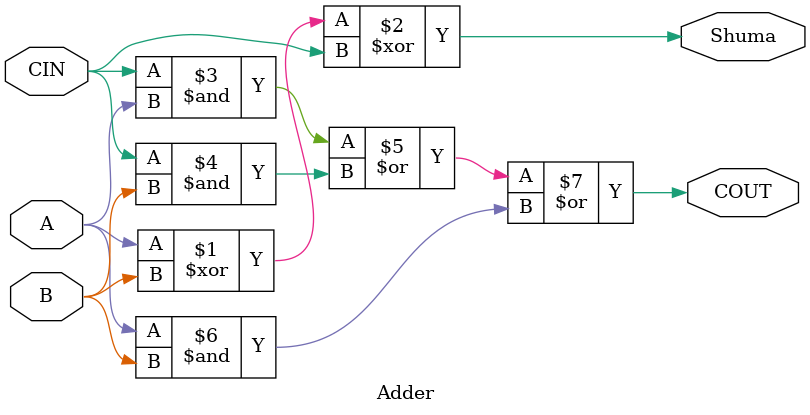
<source format=v>
`timescale 1ns / 1ps


module Adder(
    input A,
    input B,
    input CIN,
    output Shuma,
    output COUT
    );
    
    assign Shuma = A ^ B ^ CIN;
    assign COUT = CIN & A | CIN & B | A & B;
endmodule
</source>
